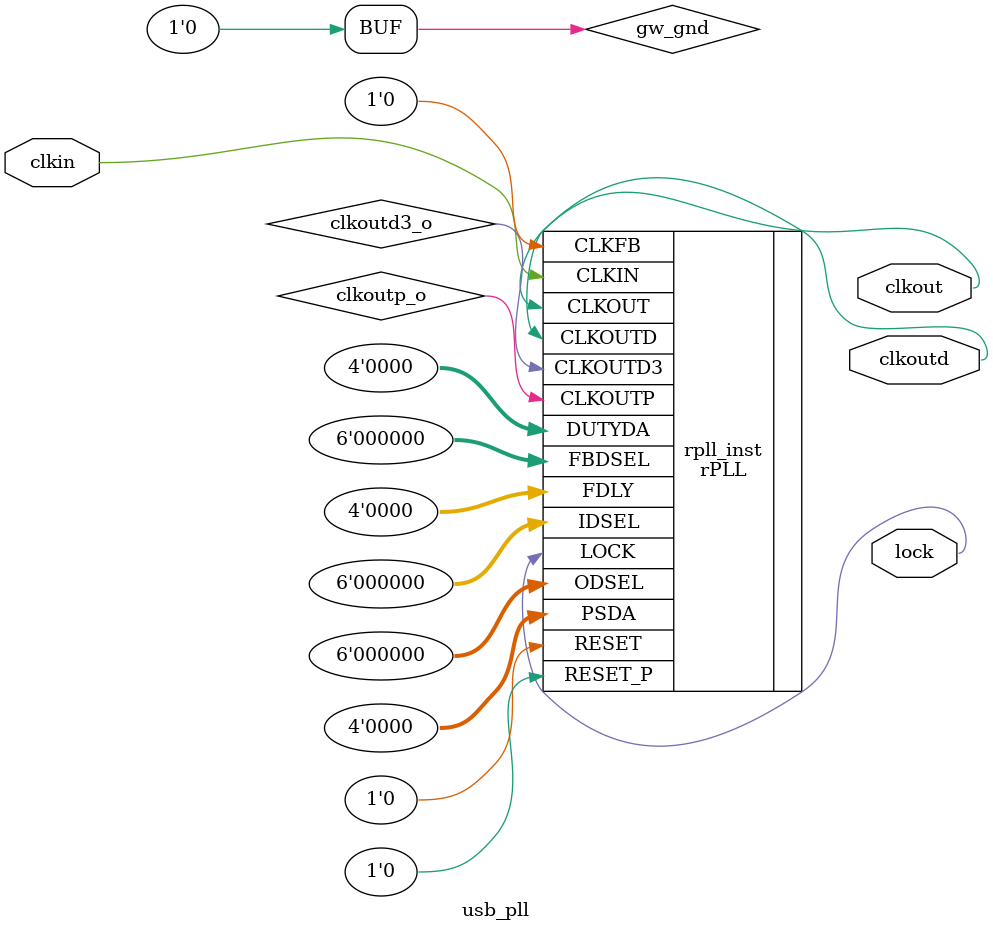
<source format=v>

module usb_pll (clkout, lock, clkoutd, clkin);

output clkout;
output lock;
output clkoutd;
input clkin;

wire clkoutp_o;
wire clkoutd3_o;
wire gw_gnd;

assign gw_gnd = 1'b0;

rPLL rpll_inst (
    .CLKOUT(clkout),
    .LOCK(lock),
    .CLKOUTP(clkoutp_o),
    .CLKOUTD(clkoutd),
    .CLKOUTD3(clkoutd3_o),
    .RESET(gw_gnd),
    .RESET_P(gw_gnd),
    .CLKIN(clkin),
    .CLKFB(gw_gnd),
    .FBDSEL({gw_gnd,gw_gnd,gw_gnd,gw_gnd,gw_gnd,gw_gnd}),
    .IDSEL({gw_gnd,gw_gnd,gw_gnd,gw_gnd,gw_gnd,gw_gnd}),
    .ODSEL({gw_gnd,gw_gnd,gw_gnd,gw_gnd,gw_gnd,gw_gnd}),
    .PSDA({gw_gnd,gw_gnd,gw_gnd,gw_gnd}),
    .DUTYDA({gw_gnd,gw_gnd,gw_gnd,gw_gnd}),
    .FDLY({gw_gnd,gw_gnd,gw_gnd,gw_gnd})
);

defparam rpll_inst.FCLKIN = "24";
defparam rpll_inst.DYN_IDIV_SEL = "false";
defparam rpll_inst.IDIV_SEL = 0;
defparam rpll_inst.DYN_FBDIV_SEL = "false";
defparam rpll_inst.FBDIV_SEL = 19;
defparam rpll_inst.DYN_ODIV_SEL = "false";
defparam rpll_inst.ODIV_SEL = 2;
defparam rpll_inst.PSDA_SEL = "0000";
defparam rpll_inst.DYN_DA_EN = "true";
defparam rpll_inst.DUTYDA_SEL = "1000";
defparam rpll_inst.CLKOUT_FT_DIR = 1'b1;
defparam rpll_inst.CLKOUTP_FT_DIR = 1'b1;
defparam rpll_inst.CLKOUT_DLY_STEP = 0;
defparam rpll_inst.CLKOUTP_DLY_STEP = 0;
defparam rpll_inst.CLKFB_SEL = "internal";
defparam rpll_inst.CLKOUT_BYPASS = "false";
defparam rpll_inst.CLKOUTP_BYPASS = "false";
defparam rpll_inst.CLKOUTD_BYPASS = "false";
defparam rpll_inst.DYN_SDIV_SEL = 8;
defparam rpll_inst.CLKOUTD_SRC = "CLKOUT";
defparam rpll_inst.CLKOUTD3_SRC = "CLKOUT";
defparam rpll_inst.DEVICE = "GW2ANR-18C";

endmodule //usb_pll

</source>
